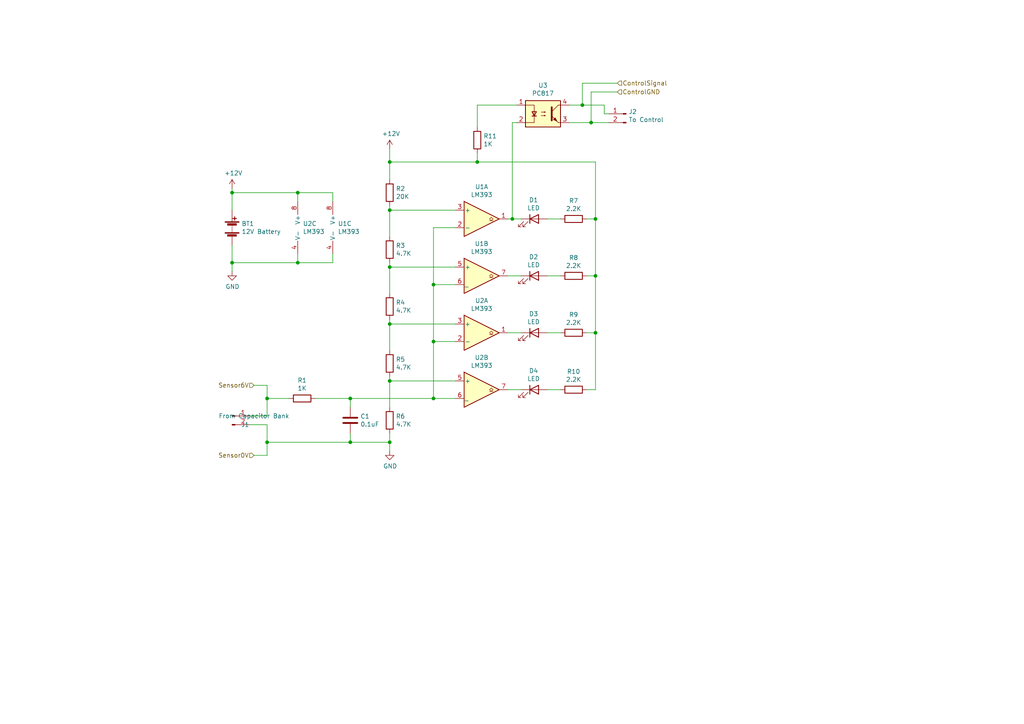
<source format=kicad_sch>
(kicad_sch (version 20211123) (generator eeschema)
  (paper "A4")
  (title_block (title "Voltage Sensing") (date "2020-01-07") (rev "1"))
  (lib_symbols
    (symbol "Comparator:LM393" (pin_names (offset 0.127))
      (property "Reference" "U" (at 3.81 3.81 0))
      (property "Value" "LM393" (at 6.35 -3.81 0))
      (symbol "LM393_1_1"
        (polyline (pts (xy -5.08 5.08) (xy 5.08 0) (xy -5.08 -5.08) (xy -5.08 5.08)) (stroke (width 0.254)) (fill (type background)))
        (polyline (pts (xy 3.302 -0.508) (xy 2.794 -0.508) (xy 3.302 0) (xy 2.794 0.508) (xy 2.286 0) (xy 2.794 -0.508) (xy 2.286 -0.508)) (stroke (width 0.127)))
        (pin open_collector line (at 7.62 0 180) (length 2.54) (name "~") (number "1"))
        (pin input line (at -7.62 -2.54 0) (length 2.54) (name "-") (number "2"))
        (pin input line (at -7.62 2.54 0) (length 2.54) (name "+") (number "3"))
      )
      (symbol "LM393_2_1"
        (polyline (pts (xy -5.08 5.08) (xy 5.08 0) (xy -5.08 -5.08) (xy -5.08 5.08)) (stroke (width 0.254)) (fill (type background)))
        (polyline (pts (xy 3.302 -0.508) (xy 2.794 -0.508) (xy 3.302 0) (xy 2.794 0.508) (xy 2.286 0) (xy 2.794 -0.508) (xy 2.286 -0.508)) (stroke (width 0.127)))
        (pin input line (at -7.62 2.54 0) (length 2.54) (name "+") (number "5"))
        (pin input line (at -7.62 -2.54 0) (length 2.54) (name "_") (number "6"))
        (pin open_collector line (at 7.62 0 180) (length 2.54) (name "~") (number "7"))
      )
      (symbol "LM393_3_1"
        (pin power_in line (at -2.54 -7.62 90) (length 3.81) (name "V-") (number "4"))
        (pin power_in line (at -2.54 7.62 270) (length 3.81) (name "V+") (number "8"))
      )
    )
    (symbol "Connector:Conn_01x02_Male" (pin_names (offset 1.016) hide)
      (property "Reference" "J" (at 0 2.54 0))
      (property "Value" "Conn_01x02_Male" (at 0 -5.08 0))
      (symbol "Conn_01x02_Male_1_1"
        (polyline (pts (xy 1.27 -2.54) (xy 0.8636 -2.54)) (stroke (width 0.1524)))
        (polyline (pts (xy 1.27 0) (xy 0.8636 0)) (stroke (width 0.1524)))
        (rectangle (start 0.8636 -2.413) (end 0 -2.667) (stroke (width 0.1524)) (fill (type outline)))
        (rectangle (start 0.8636 0.127) (end 0 -0.127) (stroke (width 0.1524)) (fill (type outline)))
        (pin passive line (at 5.08 0 180) (length 3.81) (name "Pin_1") (number "1"))
        (pin passive line (at 5.08 -2.54 180) (length 3.81) (name "Pin_2") (number "2"))
      )
    )
    (symbol "Device:Battery" (pin_numbers hide) (pin_names (offset 0) hide)
      (property "Reference" "BT" (at 2.54 2.54 0))
      (property "Value" "Battery" (at 2.54 0 0))
      (symbol "Battery_0_1"
        (rectangle (start -2.032 -1.397) (end 2.032 -1.651) (fill (type outline)))
        (rectangle (start -2.032 1.778) (end 2.032 1.524) (fill (type outline)))
        (rectangle (start -1.3208 -1.9812) (end 1.27 -2.4892) (fill (type outline)))
        (rectangle (start -1.3208 1.1938) (end 1.27 0.6858) (fill (type outline)))
        (polyline (pts (xy 0 -1.524) (xy 0 -1.27)))
        (polyline (pts (xy 0 -1.016) (xy 0 -0.762)))
        (polyline (pts (xy 0 -0.508) (xy 0 -0.254)))
        (polyline (pts (xy 0 0) (xy 0 0.254)))
        (polyline (pts (xy 0 0.508) (xy 0 0.762)))
        (polyline (pts (xy 0 1.778) (xy 0 2.54)))
        (polyline (pts (xy 0.254 2.667) (xy 1.27 2.667)) (stroke (width 0.254)))
        (polyline (pts (xy 0.762 3.175) (xy 0.762 2.159)) (stroke (width 0.254)))
      )
      (symbol "Battery_1_1"
        (pin passive line (at 0 5.08 270) (length 2.54) (name "+") (number "1"))
        (pin passive line (at 0 -5.08 90) (length 2.54) (name "-") (number "2"))
      )
    )
    (symbol "Device:C" (pin_numbers hide) (pin_names (offset 0.254))
      (property "Reference" "C" (at 0.635 2.54 0))
      (property "Value" "C" (at 0.635 -2.54 0))
      (symbol "C_0_1"
        (polyline (pts (xy -2.032 -0.762) (xy 2.032 -0.762)) (stroke (width 0.508)))
        (polyline (pts (xy -2.032 0.762) (xy 2.032 0.762)) (stroke (width 0.508)))
      )
      (symbol "C_1_1"
        (pin passive line (at 0 3.81 270) (length 2.794) (name "~") (number "1"))
        (pin passive line (at 0 -3.81 90) (length 2.794) (name "~") (number "2"))
      )
    )
    (symbol "Device:LED" (pin_numbers hide) (pin_names (offset 1.016) hide)
      (property "Reference" "D" (at 0 2.54 0))
      (property "Value" "LED" (at 0 -2.54 0))
      (symbol "LED_0_1"
        (polyline (pts (xy -1.27 -1.27) (xy -1.27 1.27)) (stroke (width 0.254)))
        (polyline (pts (xy -1.27 0) (xy 1.27 0)))
        (polyline (pts (xy 1.27 -1.27) (xy 1.27 1.27) (xy -1.27 0) (xy 1.27 -1.27)) (stroke (width 0.254)))
        (polyline (pts (xy -3.048 -0.762) (xy -4.572 -2.286) (xy -3.81 -2.286) (xy -4.572 -2.286) (xy -4.572 -1.524)))
        (polyline (pts (xy -1.778 -0.762) (xy -3.302 -2.286) (xy -2.54 -2.286) (xy -3.302 -2.286) (xy -3.302 -1.524)))
      )
      (symbol "LED_1_1"
        (pin passive line (at -3.81 0 0) (length 2.54) (name "K") (number "1"))
        (pin passive line (at 3.81 0 180) (length 2.54) (name "A") (number "2"))
      )
    )
    (symbol "Device:R" (pin_numbers hide) (pin_names (offset 0))
      (property "Reference" "R" (at 2.032 0 90))
      (property "Value" "R" (at 0 0 90))
      (symbol "R_0_1"
        (rectangle (start -1.016 -2.54) (end 1.016 2.54) (stroke (width 0.254)))
      )
      (symbol "R_1_1"
        (pin passive line (at 0 3.81 270) (length 1.27) (name "~") (number "1"))
        (pin passive line (at 0 -3.81 90) (length 1.27) (name "~") (number "2"))
      )
    )
    (symbol "Isolator:PC817" (pin_names (offset 1.016))
      (property "Reference" "U" (at -5.08 5.08 0))
      (property "Value" "PC817" (at 0 5.08 0))
      (symbol "PC817_0_1"
        (rectangle (start -5.08 3.81) (end 5.08 -3.81) (stroke (width 0.254)) (fill (type background)))
        (polyline (pts (xy -3.175 -0.635) (xy -1.905 -0.635)) (stroke (width 0.254)))
        (polyline (pts (xy 2.54 0.635) (xy 4.445 2.54)))
        (polyline (pts (xy 4.445 -2.54) (xy 2.54 -0.635)) (fill (type outline)))
        (polyline (pts (xy 4.445 -2.54) (xy 5.08 -2.54)))
        (polyline (pts (xy 4.445 2.54) (xy 5.08 2.54)))
        (polyline (pts (xy -5.08 2.54) (xy -2.54 2.54) (xy -2.54 -0.635)))
        (polyline (pts (xy -2.54 -0.635) (xy -2.54 -2.54) (xy -5.08 -2.54)))
        (polyline (pts (xy 2.54 1.905) (xy 2.54 -1.905) (xy 2.54 -1.905)) (stroke (width 0.508)))
        (polyline (pts (xy -2.54 -0.635) (xy -3.175 0.635) (xy -1.905 0.635) (xy -2.54 -0.635)) (stroke (width 0.254)))
        (polyline (pts (xy -0.508 -0.508) (xy 0.762 -0.508) (xy 0.381 -0.635) (xy 0.381 -0.381) (xy 0.762 -0.508)))
        (polyline (pts (xy -0.508 0.508) (xy 0.762 0.508) (xy 0.381 0.381) (xy 0.381 0.635) (xy 0.762 0.508)))
        (polyline (pts (xy 3.048 -1.651) (xy 3.556 -1.143) (xy 4.064 -2.159) (xy 3.048 -1.651) (xy 3.048 -1.651)) (fill (type outline)))
      )
      (symbol "PC817_1_1"
        (pin passive line (at -7.62 2.54 0) (length 2.54) (name "~") (number "1"))
        (pin passive line (at -7.62 -2.54 0) (length 2.54) (name "~") (number "2"))
        (pin passive line (at 7.62 -2.54 180) (length 2.54) (name "~") (number "3"))
        (pin passive line (at 7.62 2.54 180) (length 2.54) (name "~") (number "4"))
      )
    )
    (symbol "power:+12V" (power) (pin_names (offset 0))
      (property "Value" "+12V" (at 0 3.556 0))
      (symbol "+12V_0_1"
        (polyline (pts (xy -0.762 1.27) (xy 0 2.54)))
        (polyline (pts (xy 0 0) (xy 0 2.54)))
        (polyline (pts (xy 0 2.54) (xy 0.762 1.27)))
      )
      (symbol "+12V_1_1"
        (pin power_in line (at 0 0 90) (length 0) hide (name "+12V") (number "1"))
      )
    )
    (symbol "power:GND" (power) (pin_names (offset 0))
      (property "Value" "GND" (at 0 -3.81 0))
      (symbol "GND_0_1"
        (polyline (pts (xy 0 0) (xy 0 -1.27) (xy 1.27 -1.27) (xy 0 -2.54) (xy -1.27 -1.27) (xy 0 -1.27)))
      )
      (symbol "GND_1_1"
        (pin power_in line (at 0 0 270) (length 0) hide (name "GND") (number "1"))
      )
    )
  )
  (junction (at 125.73 82.55))
  (junction (at 138.43 46.99))
  (junction (at 77.47 115.57))
  (junction (at 172.72 80.01))
  (junction (at 101.6 128.27))
  (junction (at 171.45 35.56))
  (junction (at 101.6 115.57))
  (junction (at 67.31 55.88))
  (junction (at 125.73 99.06))
  (junction (at 67.31 76.2))
  (junction (at 86.36 55.88))
  (junction (at 172.72 96.52))
  (junction (at 113.03 77.47))
  (junction (at 113.03 60.96))
  (junction (at 148.59 63.5))
  (junction (at 77.47 128.27))
  (junction (at 113.03 93.98))
  (junction (at 113.03 110.49))
  (junction (at 172.72 63.5))
  (junction (at 113.03 128.27))
  (junction (at 113.03 46.99))
  (junction (at 86.36 76.2))
  (junction (at 168.91 30.48))
  (junction (at 125.73 115.57))
  (wire (pts (xy 67.31 76.2) (xy 67.31 78.74)))
  (wire (pts (xy 125.73 115.57) (xy 101.6 115.57)))
  (wire (pts (xy 101.6 125.73) (xy 101.6 128.27)))
  (wire (pts (xy 113.03 43.18) (xy 113.03 46.99)))
  (wire (pts (xy 113.03 60.96) (xy 113.03 59.69)))
  (wire (pts (xy 91.44 115.57) (xy 101.6 115.57)))
  (wire (pts (xy 113.03 77.47) (xy 132.08 77.47)))
  (wire (pts (xy 179.07 24.13) (xy 168.91 24.13)))
  (wire (pts (xy 86.36 76.2) (xy 96.52 76.2)))
  (wire (pts (xy 171.45 35.56) (xy 165.1 35.56)))
  (wire (pts (xy 77.47 115.57) (xy 77.47 111.76)))
  (wire (pts (xy 168.91 30.48) (xy 165.1 30.48)))
  (wire (pts (xy 168.91 24.13) (xy 168.91 30.48)))
  (wire (pts (xy 172.72 96.52) (xy 172.72 80.01)))
  (wire (pts (xy 73.66 111.76) (xy 77.47 111.76)))
  (wire (pts (xy 179.07 26.67) (xy 171.45 26.67)))
  (wire (pts (xy 113.03 118.11) (xy 113.03 110.49)))
  (wire (pts (xy 86.36 55.88) (xy 86.36 58.42)))
  (wire (pts (xy 148.59 63.5) (xy 151.13 63.5)))
  (wire (pts (xy 72.39 123.19) (xy 77.47 123.19)))
  (wire (pts (xy 67.31 55.88) (xy 67.31 60.96)))
  (wire (pts (xy 162.56 96.52) (xy 158.75 96.52)))
  (wire (pts (xy 101.6 128.27) (xy 113.03 128.27)))
  (wire (pts (xy 172.72 113.03) (xy 172.72 96.52)))
  (wire (pts (xy 138.43 30.48) (xy 138.43 36.83)))
  (wire (pts (xy 138.43 30.48) (xy 149.86 30.48)))
  (wire (pts (xy 72.39 120.65) (xy 77.47 120.65)))
  (wire (pts (xy 77.47 123.19) (xy 77.47 128.27)))
  (wire (pts (xy 148.59 63.5) (xy 148.59 35.56)))
  (wire (pts (xy 125.73 99.06) (xy 132.08 99.06)))
  (wire (pts (xy 86.36 76.2) (xy 86.36 73.66)))
  (wire (pts (xy 86.36 76.2) (xy 67.31 76.2)))
  (wire (pts (xy 151.13 113.03) (xy 147.32 113.03)))
  (wire (pts (xy 125.73 99.06) (xy 125.73 115.57)))
  (wire (pts (xy 113.03 93.98) (xy 113.03 101.6)))
  (wire (pts (xy 96.52 73.66) (xy 96.52 76.2)))
  (wire (pts (xy 83.82 115.57) (xy 77.47 115.57)))
  (wire (pts (xy 113.03 77.47) (xy 113.03 76.2)))
  (wire (pts (xy 113.03 46.99) (xy 138.43 46.99)))
  (wire (pts (xy 162.56 80.01) (xy 158.75 80.01)))
  (wire (pts (xy 96.52 55.88) (xy 96.52 58.42)))
  (wire (pts (xy 175.26 30.48) (xy 168.91 30.48)))
  (wire (pts (xy 125.73 82.55) (xy 125.73 99.06)))
  (wire (pts (xy 77.47 120.65) (xy 77.47 115.57)))
  (wire (pts (xy 113.03 52.07) (xy 113.03 46.99)))
  (wire (pts (xy 113.03 130.81) (xy 113.03 128.27)))
  (wire (pts (xy 158.75 63.5) (xy 162.56 63.5)))
  (wire (pts (xy 86.36 55.88) (xy 96.52 55.88)))
  (wire (pts (xy 113.03 110.49) (xy 113.03 109.22)))
  (wire (pts (xy 132.08 66.04) (xy 125.73 66.04)))
  (wire (pts (xy 172.72 63.5) (xy 170.18 63.5)))
  (wire (pts (xy 148.59 35.56) (xy 149.86 35.56)))
  (wire (pts (xy 77.47 128.27) (xy 77.47 132.08)))
  (wire (pts (xy 113.03 128.27) (xy 113.03 125.73)))
  (wire (pts (xy 175.26 33.02) (xy 175.26 30.48)))
  (wire (pts (xy 125.73 82.55) (xy 132.08 82.55)))
  (wire (pts (xy 132.08 110.49) (xy 113.03 110.49)))
  (wire (pts (xy 67.31 71.12) (xy 67.31 76.2)))
  (wire (pts (xy 101.6 118.11) (xy 101.6 115.57)))
  (wire (pts (xy 151.13 96.52) (xy 147.32 96.52)))
  (wire (pts (xy 86.36 55.88) (xy 67.31 55.88)))
  (wire (pts (xy 176.53 33.02) (xy 175.26 33.02)))
  (wire (pts (xy 170.18 113.03) (xy 172.72 113.03)))
  (wire (pts (xy 147.32 63.5) (xy 148.59 63.5)))
  (wire (pts (xy 113.03 60.96) (xy 113.03 68.58)))
  (wire (pts (xy 132.08 60.96) (xy 113.03 60.96)))
  (wire (pts (xy 138.43 46.99) (xy 172.72 46.99)))
  (wire (pts (xy 125.73 115.57) (xy 132.08 115.57)))
  (wire (pts (xy 162.56 113.03) (xy 158.75 113.03)))
  (wire (pts (xy 67.31 54.61) (xy 67.31 55.88)))
  (wire (pts (xy 170.18 80.01) (xy 172.72 80.01)))
  (wire (pts (xy 138.43 44.45) (xy 138.43 46.99)))
  (wire (pts (xy 113.03 92.71) (xy 113.03 93.98)))
  (wire (pts (xy 125.73 66.04) (xy 125.73 82.55)))
  (wire (pts (xy 113.03 77.47) (xy 113.03 85.09)))
  (wire (pts (xy 172.72 80.01) (xy 172.72 63.5)))
  (wire (pts (xy 151.13 80.01) (xy 147.32 80.01)))
  (wire (pts (xy 170.18 96.52) (xy 172.72 96.52)))
  (wire (pts (xy 172.72 46.99) (xy 172.72 63.5)))
  (wire (pts (xy 77.47 128.27) (xy 101.6 128.27)))
  (wire (pts (xy 132.08 93.98) (xy 113.03 93.98)))
  (wire (pts (xy 73.66 132.08) (xy 77.47 132.08)))
  (wire (pts (xy 176.53 35.56) (xy 171.45 35.56)))
  (wire (pts (xy 171.45 26.67) (xy 171.45 35.56)))
  (hierarchical_label "Sensor0V" (shape input) (at 73.66 132.08 180))
  (hierarchical_label "ControlGND" (shape input) (at 179.07 26.67 0))
  (hierarchical_label "ControlSignal" (shape input) (at 179.07 24.13 0))
  (hierarchical_label "Sensor6V" (shape input) (at 73.66 111.76 180))
  (symbol (lib_id "Connector:Conn_01x02_Male") (at 181.61 33.02 0) (mirror y) (unit 1)
    (property "Reference" "J2" (at 182.3212 32.4104 0) (effects (justify right)))
    (property "Value" "To Control" (at 182.3212 34.7218 0) (effects (justify right)))
    (property "Footprint" "Connector_PinHeader_2.54mm:PinHeader_1x02_P2.54mm_Vertical" (effects hide))
  )
  (symbol (lib_id "Connector:Conn_01x02_Male") (at 67.31 120.65 0) (unit 1)
    (property "Reference" "J1" (at 71.12 123.19 0))
    (property "Value" "From Capacitor Bank" (at 73.66 120.65 0))
    (property "Footprint" "Connector_PinHeader_2.54mm:PinHeader_1x02_P2.54mm_Vertical" (effects hide))
  )
  (symbol (lib_id "Comparator:LM393") (at 139.7 63.5 0) (unit 1)
    (property "Reference" "U1" (at 139.7 54.1782 0))
    (property "Value" "LM393" (at 139.7 56.4896 0))
    (property "Footprint" "Package_DIP:DIP-8_W7.62mm" (effects hide))
    (property "Datasheet" "http://www.ti.com/lit/ds/symlink/lm393-n.pdf" (effects hide))
  )
  (symbol (lib_id "Comparator:LM393") (at 139.7 80.01 0) (unit 2)
    (property "Reference" "U1" (at 139.7 70.6882 0))
    (property "Value" "LM393" (at 139.7 72.9996 0))
    (property "Datasheet" "http://www.ti.com/lit/ds/symlink/lm393-n.pdf" (effects hide))
  )
  (symbol (lib_id "Comparator:LM393") (at 99.06 66.04 0) (unit 3)
    (property "Reference" "U1" (at 97.9932 64.8716 0) (effects (justify left)))
    (property "Value" "LM393" (at 97.9932 67.183 0) (effects (justify left)))
    (property "Datasheet" "http://www.ti.com/lit/ds/symlink/lm393-n.pdf" (effects hide))
  )
  (symbol (lib_id "Comparator:LM393") (at 139.7 96.52 0) (unit 1)
    (property "Reference" "U2" (at 139.7 87.1982 0))
    (property "Value" "LM393" (at 139.7 89.5096 0))
    (property "Footprint" "Package_DIP:DIP-8_W7.62mm" (effects hide))
    (property "Datasheet" "http://www.ti.com/lit/ds/symlink/lm393-n.pdf" (effects hide))
  )
  (symbol (lib_id "Comparator:LM393") (at 139.7 113.03 0) (unit 2)
    (property "Reference" "U2" (at 139.7 103.7082 0))
    (property "Value" "LM393" (at 139.7 106.0196 0))
    (property "Datasheet" "http://www.ti.com/lit/ds/symlink/lm393-n.pdf" (effects hide))
  )
  (symbol (lib_id "Comparator:LM393") (at 88.9 66.04 0) (unit 3)
    (property "Reference" "U2" (at 87.8332 64.8716 0) (effects (justify left)))
    (property "Value" "LM393" (at 87.8332 67.183 0) (effects (justify left)))
    (property "Datasheet" "http://www.ti.com/lit/ds/symlink/lm393-n.pdf" (effects hide))
  )
  (symbol (lib_id "Device:R") (at 113.03 55.88 180) (unit 1)
    (property "Reference" "R2" (at 114.808 54.7116 0) (effects (justify right)))
    (property "Value" "20K" (at 114.808 57.023 0) (effects (justify right)))
    (property "Footprint" "Resistor_THT:R_Axial_DIN0207_L6.3mm_D2.5mm_P7.62mm_Horizontal" (effects hide))
  )
  (symbol (lib_id "Device:R") (at 113.03 72.39 180) (unit 1)
    (property "Reference" "R3" (at 114.808 71.2216 0) (effects (justify right)))
    (property "Value" "4.7K" (at 114.808 73.533 0) (effects (justify right)))
    (property "Footprint" "Resistor_THT:R_Axial_DIN0207_L6.3mm_D2.5mm_P7.62mm_Horizontal" (effects hide))
  )
  (symbol (lib_id "Device:R") (at 113.03 88.9 180) (unit 1)
    (property "Reference" "R4" (at 114.808 87.7316 0) (effects (justify right)))
    (property "Value" "4.7K" (at 114.808 90.043 0) (effects (justify right)))
    (property "Footprint" "Resistor_THT:R_Axial_DIN0207_L6.3mm_D2.5mm_P7.62mm_Horizontal" (effects hide))
  )
  (symbol (lib_id "Device:R") (at 113.03 105.41 180) (unit 1)
    (property "Reference" "R5" (at 114.808 104.2416 0) (effects (justify right)))
    (property "Value" "4.7K" (at 114.808 106.553 0) (effects (justify right)))
    (property "Footprint" "Resistor_THT:R_Axial_DIN0207_L6.3mm_D2.5mm_P7.62mm_Horizontal" (effects hide))
  )
  (symbol (lib_id "Device:R") (at 113.03 121.92 180) (unit 1)
    (property "Reference" "R6" (at 114.808 120.7516 0) (effects (justify right)))
    (property "Value" "4.7K" (at 114.808 123.063 0) (effects (justify right)))
    (property "Footprint" "Resistor_THT:R_Axial_DIN0207_L6.3mm_D2.5mm_P7.62mm_Horizontal" (effects hide))
  )
  (symbol (lib_id "Device:LED") (at 154.94 63.5 0) (unit 1)
    (property "Reference" "D1" (at 154.7622 58.0136 0))
    (property "Value" "LED" (at 154.7622 60.325 0))
    (property "Footprint" "LED_THT:LED_D3.0mm_FlatTop" (effects hide))
  )
  (symbol (lib_id "Device:LED") (at 154.94 80.01 0) (unit 1)
    (property "Reference" "D2" (at 154.7622 74.5236 0))
    (property "Value" "LED" (at 154.7622 76.835 0))
    (property "Footprint" "LED_THT:LED_D3.0mm_FlatTop" (effects hide))
  )
  (symbol (lib_id "Device:LED") (at 154.94 96.52 0) (unit 1)
    (property "Reference" "D3" (at 154.7622 91.0336 0))
    (property "Value" "LED" (at 154.7622 93.345 0))
    (property "Footprint" "LED_THT:LED_D3.0mm_FlatTop" (effects hide))
  )
  (symbol (lib_id "Device:LED") (at 154.94 113.03 0) (unit 1)
    (property "Reference" "D4" (at 154.7622 107.5436 0))
    (property "Value" "LED" (at 154.7622 109.855 0))
    (property "Footprint" "LED_THT:LED_D3.0mm_FlatTop" (effects hide))
  )
  (symbol (lib_id "Device:R") (at 166.37 63.5 270) (unit 1)
    (property "Reference" "R7" (at 166.37 58.2422 90))
    (property "Value" "2.2K" (at 166.37 60.5536 90))
    (property "Footprint" "Resistor_THT:R_Axial_DIN0207_L6.3mm_D2.5mm_P7.62mm_Horizontal" (effects hide))
  )
  (symbol (lib_id "Device:R") (at 166.37 80.01 270) (unit 1)
    (property "Reference" "R8" (at 166.37 74.7522 90))
    (property "Value" "2.2K" (at 166.37 77.0636 90))
    (property "Footprint" "Resistor_THT:R_Axial_DIN0207_L6.3mm_D2.5mm_P7.62mm_Horizontal" (effects hide))
  )
  (symbol (lib_id "Device:R") (at 166.37 96.52 270) (unit 1)
    (property "Reference" "R9" (at 166.37 91.2622 90))
    (property "Value" "2.2K" (at 166.37 93.5736 90))
    (property "Footprint" "Resistor_THT:R_Axial_DIN0207_L6.3mm_D2.5mm_P7.62mm_Horizontal" (effects hide))
  )
  (symbol (lib_id "Device:R") (at 166.37 113.03 270) (unit 1)
    (property "Reference" "R10" (at 166.37 107.7722 90))
    (property "Value" "2.2K" (at 166.37 110.0836 90))
    (property "Footprint" "Resistor_THT:R_Axial_DIN0207_L6.3mm_D2.5mm_P7.62mm_Horizontal" (effects hide))
  )
  (symbol (lib_id "power:GND") (at 113.03 130.81 0) (unit 1)
    (property "Reference" "#PWR0101" (effects hide))
    (property "Value" "GND" (at 113.157 135.2042 0))
  )
  (symbol (lib_id "Device:Battery") (at 67.31 66.04 0) (unit 1)
    (property "Reference" "BT1" (at 70.0532 64.8716 0) (effects (justify left)))
    (property "Value" "12V Battery" (at 70.0532 67.183 0) (effects (justify left)))
    (property "Footprint" "Connector_JST:JST_XH_B2B-XH-A_1x02_P2.50mm_Vertical" (effects hide))
  )
  (symbol (lib_id "power:+12V") (at 113.03 43.18 0) (unit 1)
    (property "Reference" "#PWR0102" (effects hide))
    (property "Value" "+12V" (at 113.411 38.7858 0))
  )
  (symbol (lib_id "Device:R") (at 87.63 115.57 270) (unit 1)
    (property "Reference" "R1" (at 87.63 110.3122 90))
    (property "Value" "1K" (at 87.63 112.6236 90))
    (property "Footprint" "Resistor_THT:R_Axial_DIN0207_L6.3mm_D2.5mm_P7.62mm_Horizontal" (effects hide))
  )
  (symbol (lib_id "Device:C") (at 101.6 121.92 0) (unit 1)
    (property "Reference" "C1" (at 104.521 120.7516 0) (effects (justify left)))
    (property "Value" "0.1uF" (at 104.521 123.063 0) (effects (justify left)))
    (property "Footprint" "Capacitor_THT:C_Disc_D3.0mm_W1.6mm_P2.50mm" (effects hide))
  )
  (symbol (lib_id "Isolator:PC817") (at 157.48 33.02 0) (unit 1)
    (property "Reference" "U3" (at 157.48 24.765 0))
    (property "Value" "PC817" (at 157.48 27.0764 0))
    (property "Footprint" "Package_DIP:DIP-4_W7.62mm" (effects hide))
    (property "Datasheet" "http://www.soselectronic.cz/a_info/resource/d/pc817.pdf" (effects hide))
  )
  (symbol (lib_id "Device:R") (at 138.43 40.64 180) (unit 1)
    (property "Reference" "R11" (at 140.208 39.4716 0) (effects (justify right)))
    (property "Value" "1K" (at 140.208 41.783 0) (effects (justify right)))
    (property "Footprint" "Resistor_THT:R_Axial_DIN0207_L6.3mm_D2.5mm_P7.62mm_Horizontal" (effects hide))
  )
  (symbol (lib_id "power:+12V") (at 67.31 54.61 0) (unit 1)
    (property "Reference" "#PWR0103" (effects hide))
    (property "Value" "+12V" (at 67.691 50.2158 0))
  )
  (symbol (lib_id "power:GND") (at 67.31 78.74 0) (unit 1)
    (property "Reference" "#PWR0104" (effects hide))
    (property "Value" "GND" (at 67.437 83.1342 0))
  )
)
</source>
